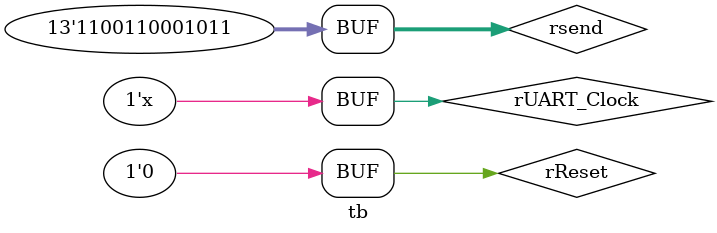
<source format=v>
`timescale 1ns / 1ps


module tb();

reg         rUART_Clock     = 0;
reg         rReset          = 0;
wire [7:0]   rData_o        ;
reg         rData_i         = 0;
wire         rNew_Data_Valid ;
wire         rParity_Error   ;

integer r_counter = 0;

`define BITS 13
reg [`BITS-1:0]   rsend  = `BITS'b11_0011_0001_011        ;
UART_RX 
#(
    .p_CHECK_PARITY(1),
    .p_PARITY(0)
 )
rx_ip 
(
.iUART_Clock        (rUART_Clock),
.iReset             (rReset),
.iData              (rData_i),
.oData              (rData_o),
.oNew_Data_Valid    (rNew_Data_Valid),
.oParity_Error      (rParity_Error)
);

always begin 
    rUART_Clock <= ~rUART_Clock;
    #104166.6; // 9600hz
end

initial begin
    rReset <= 1;
    #100;
    rReset <= 0;
end 

always @(posedge rUART_Clock) begin
    if (rReset) begin
        r_counter <= 0;
    end else begin
        if(r_counter <`BITS) begin
            rData_i <= rsend[r_counter];
            r_counter <= r_counter + 1;
        end
    end
end
endmodule

</source>
